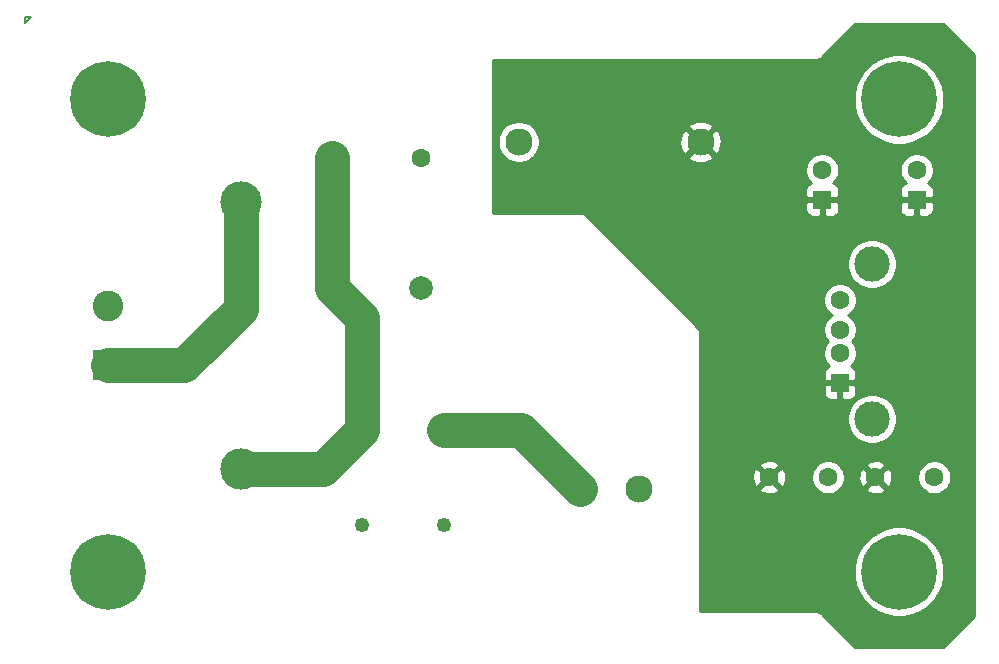
<source format=gbr>
%TF.GenerationSoftware,KiCad,Pcbnew,(5.1.7)-1*%
%TF.CreationDate,2021-03-19T19:43:08+01:00*%
%TF.ProjectId,LowNoise5V,4c6f774e-6f69-4736-9535-562e6b696361,rev?*%
%TF.SameCoordinates,Original*%
%TF.FileFunction,Copper,L2,Bot*%
%TF.FilePolarity,Positive*%
%FSLAX46Y46*%
G04 Gerber Fmt 4.6, Leading zero omitted, Abs format (unit mm)*
G04 Created by KiCad (PCBNEW (5.1.7)-1) date 2021-03-19 19:43:08*
%MOMM*%
%LPD*%
G01*
G04 APERTURE LIST*
%TA.AperFunction,ComponentPad*%
%ADD10R,2.600000X2.600000*%
%TD*%
%TA.AperFunction,ComponentPad*%
%ADD11C,2.600000*%
%TD*%
%TA.AperFunction,ComponentPad*%
%ADD12C,3.500000*%
%TD*%
%TA.AperFunction,ComponentPad*%
%ADD13C,1.600000*%
%TD*%
%TA.AperFunction,ComponentPad*%
%ADD14R,1.500000X1.600000*%
%TD*%
%TA.AperFunction,ComponentPad*%
%ADD15C,3.000000*%
%TD*%
%TA.AperFunction,ComponentPad*%
%ADD16C,2.300000*%
%TD*%
%TA.AperFunction,ComponentPad*%
%ADD17R,2.000000X2.300000*%
%TD*%
%TA.AperFunction,ComponentPad*%
%ADD18C,6.400000*%
%TD*%
%TA.AperFunction,ComponentPad*%
%ADD19C,0.800000*%
%TD*%
%TA.AperFunction,ComponentPad*%
%ADD20C,1.250000*%
%TD*%
%TA.AperFunction,ComponentPad*%
%ADD21R,1.600000X1.600000*%
%TD*%
%TA.AperFunction,ComponentPad*%
%ADD22C,2.000000*%
%TD*%
%TA.AperFunction,Conductor*%
%ADD23C,0.200000*%
%TD*%
%TA.AperFunction,Conductor*%
%ADD24C,3.000000*%
%TD*%
%TA.AperFunction,Conductor*%
%ADD25C,0.254000*%
%TD*%
%TA.AperFunction,Conductor*%
%ADD26C,0.100000*%
%TD*%
G04 APERTURE END LIST*
D10*
%TO.P,J2,1*%
%TO.N,AC_Line*%
X7000000Y-29500000D03*
D11*
%TO.P,J2,2*%
%TO.N,AC_Neutral*%
X7000000Y-24500000D03*
%TD*%
D12*
%TO.P,F1,2*%
%TO.N,AC_Line*%
X18250000Y-15700000D03*
%TO.P,F1,1*%
%TO.N,Net-(C1-Pad1)*%
X18250000Y-38300000D03*
%TD*%
D13*
%TO.P,J1,4*%
%TO.N,GND*%
X69000000Y-24000000D03*
%TO.P,J1,3*%
%TO.N,Net-(J1-Pad3)*%
X69000000Y-26500000D03*
%TO.P,J1,2*%
%TO.N,Net-(J1-Pad2)*%
X69000000Y-28500000D03*
D14*
%TO.P,J1,1*%
%TO.N,+5V*%
X69000000Y-31000000D03*
D15*
%TO.P,J1,5*%
%TO.N,GND*%
X71710000Y-20930000D03*
X71710000Y-34070000D03*
%TD*%
D16*
%TO.P,PS1,4*%
%TO.N,+5V*%
X57200000Y-10600000D03*
%TO.P,PS1,2*%
%TO.N,Net-(FL1-Pad3)*%
X52000000Y-40000000D03*
D17*
%TO.P,PS1,1*%
%TO.N,Net-(FL1-Pad2)*%
X47000000Y-40000000D03*
D16*
%TO.P,PS1,3*%
%TO.N,GND*%
X41800000Y-10600000D03*
%TD*%
D18*
%TO.P,REF\u002A\u002A,1*%
%TO.N,N/C*%
X74000000Y-7000000D03*
D19*
X76400000Y-7000000D03*
X75697056Y-8697056D03*
X74000000Y-9400000D03*
X72302944Y-8697056D03*
X71600000Y-7000000D03*
X72302944Y-5302944D03*
X74000000Y-4600000D03*
X75697056Y-5302944D03*
%TD*%
%TO.P,REF\u002A\u002A,1*%
%TO.N,N/C*%
X75697056Y-45302944D03*
X74000000Y-44600000D03*
X72302944Y-45302944D03*
X71600000Y-47000000D03*
X72302944Y-48697056D03*
X74000000Y-49400000D03*
X75697056Y-48697056D03*
X76400000Y-47000000D03*
D18*
X74000000Y-47000000D03*
%TD*%
%TO.P,REF\u002A\u002A,1*%
%TO.N,N/C*%
X7000000Y-47000000D03*
D19*
X9400000Y-47000000D03*
X8697056Y-48697056D03*
X7000000Y-49400000D03*
X5302944Y-48697056D03*
X4600000Y-47000000D03*
X5302944Y-45302944D03*
X7000000Y-44600000D03*
X8697056Y-45302944D03*
%TD*%
%TO.P,REF\u002A\u002A,1*%
%TO.N,N/C*%
X8697056Y-5302944D03*
X7000000Y-4600000D03*
X5302944Y-5302944D03*
X4600000Y-7000000D03*
X5302944Y-8697056D03*
X7000000Y-9400000D03*
X8697056Y-8697056D03*
X9400000Y-7000000D03*
D18*
X7000000Y-7000000D03*
%TD*%
D20*
%TO.P,FL1,4*%
%TO.N,AC_Neutral*%
X28500000Y-43000000D03*
%TO.P,FL1,3*%
%TO.N,Net-(FL1-Pad3)*%
X35500000Y-43000000D03*
%TO.P,FL1,2*%
%TO.N,Net-(FL1-Pad2)*%
X35500000Y-35000000D03*
%TO.P,FL1,1*%
%TO.N,Net-(C1-Pad1)*%
X28500000Y-35000000D03*
%TD*%
D13*
%TO.P,RV1,2*%
%TO.N,AC_Neutral*%
X33500000Y-12000000D03*
%TO.P,RV1,1*%
%TO.N,Net-(C1-Pad1)*%
X26000000Y-12000000D03*
%TD*%
%TO.P,C3,2*%
%TO.N,GND*%
X67500000Y-13000000D03*
D21*
%TO.P,C3,1*%
%TO.N,+5V*%
X67500000Y-15500000D03*
%TD*%
D22*
%TO.P,C1,2*%
%TO.N,AC_Neutral*%
X33500000Y-23000000D03*
%TO.P,C1,1*%
%TO.N,Net-(C1-Pad1)*%
X26000000Y-23000000D03*
%TD*%
D13*
%TO.P,C5,2*%
%TO.N,GND*%
X77000000Y-39000000D03*
%TO.P,C5,1*%
%TO.N,+5V*%
X72000000Y-39000000D03*
%TD*%
%TO.P,C4,2*%
%TO.N,GND*%
X68000000Y-39000000D03*
%TO.P,C4,1*%
%TO.N,+5V*%
X63000000Y-39000000D03*
%TD*%
%TO.P,C2,2*%
%TO.N,GND*%
X75500000Y-13000000D03*
D21*
%TO.P,C2,1*%
%TO.N,+5V*%
X75500000Y-15500000D03*
%TD*%
D23*
%TO.N,*%
X0Y0D02*
X0Y-500000D01*
X0Y-500000D02*
X500000Y0D01*
X500000Y0D02*
X0Y0D01*
D24*
%TO.N,Net-(C1-Pad1)*%
X25200000Y-38300000D02*
X28500000Y-35000000D01*
X18250000Y-38300000D02*
X25200000Y-38300000D01*
X28500000Y-25500000D02*
X26000000Y-23000000D01*
X28500000Y-35000000D02*
X28500000Y-25500000D01*
X26000000Y-23000000D02*
X26000000Y-12000000D01*
%TO.N,Net-(FL1-Pad2)*%
X42000000Y-35000000D02*
X47000000Y-40000000D01*
X35500000Y-35000000D02*
X42000000Y-35000000D01*
%TO.N,AC_Line*%
X18250000Y-15700000D02*
X18250000Y-24750000D01*
X13500000Y-29500000D02*
X7000000Y-29500000D01*
X18250000Y-24750000D02*
X13500000Y-29500000D01*
%TD*%
D25*
%TO.N,+5V*%
X80340001Y-3273382D02*
X80340000Y-6967581D01*
X80340000Y-6967582D01*
X80340001Y-46967572D01*
X80340000Y-46967582D01*
X80340001Y-50726618D01*
X77726620Y-53340000D01*
X70273381Y-53340000D01*
X67489616Y-50556236D01*
X67468948Y-50531052D01*
X67368450Y-50448575D01*
X67253793Y-50387290D01*
X67129383Y-50349550D01*
X67032419Y-50340000D01*
X67032409Y-50340000D01*
X67000000Y-50336808D01*
X66967591Y-50340000D01*
X57127000Y-50340000D01*
X57127000Y-46622285D01*
X70165000Y-46622285D01*
X70165000Y-47377715D01*
X70312377Y-48118628D01*
X70601467Y-48816554D01*
X71021161Y-49444670D01*
X71555330Y-49978839D01*
X72183446Y-50398533D01*
X72881372Y-50687623D01*
X73622285Y-50835000D01*
X74377715Y-50835000D01*
X75118628Y-50687623D01*
X75816554Y-50398533D01*
X76444670Y-49978839D01*
X76978839Y-49444670D01*
X77398533Y-48816554D01*
X77687623Y-48118628D01*
X77835000Y-47377715D01*
X77835000Y-46622285D01*
X77687623Y-45881372D01*
X77398533Y-45183446D01*
X76978839Y-44555330D01*
X76444670Y-44021161D01*
X75816554Y-43601467D01*
X75118628Y-43312377D01*
X74377715Y-43165000D01*
X73622285Y-43165000D01*
X72881372Y-43312377D01*
X72183446Y-43601467D01*
X71555330Y-44021161D01*
X71021161Y-44555330D01*
X70601467Y-45183446D01*
X70312377Y-45881372D01*
X70165000Y-46622285D01*
X57127000Y-46622285D01*
X57127000Y-39992702D01*
X62186903Y-39992702D01*
X62258486Y-40236671D01*
X62513996Y-40357571D01*
X62788184Y-40426300D01*
X63070512Y-40440217D01*
X63350130Y-40398787D01*
X63616292Y-40303603D01*
X63741514Y-40236671D01*
X63813097Y-39992702D01*
X63000000Y-39179605D01*
X62186903Y-39992702D01*
X57127000Y-39992702D01*
X57127000Y-39070512D01*
X61559783Y-39070512D01*
X61601213Y-39350130D01*
X61696397Y-39616292D01*
X61763329Y-39741514D01*
X62007298Y-39813097D01*
X62820395Y-39000000D01*
X63179605Y-39000000D01*
X63992702Y-39813097D01*
X64236671Y-39741514D01*
X64357571Y-39486004D01*
X64426300Y-39211816D01*
X64440217Y-38929488D01*
X64429724Y-38858665D01*
X66565000Y-38858665D01*
X66565000Y-39141335D01*
X66620147Y-39418574D01*
X66728320Y-39679727D01*
X66885363Y-39914759D01*
X67085241Y-40114637D01*
X67320273Y-40271680D01*
X67581426Y-40379853D01*
X67858665Y-40435000D01*
X68141335Y-40435000D01*
X68418574Y-40379853D01*
X68679727Y-40271680D01*
X68914759Y-40114637D01*
X69036694Y-39992702D01*
X71186903Y-39992702D01*
X71258486Y-40236671D01*
X71513996Y-40357571D01*
X71788184Y-40426300D01*
X72070512Y-40440217D01*
X72350130Y-40398787D01*
X72616292Y-40303603D01*
X72741514Y-40236671D01*
X72813097Y-39992702D01*
X72000000Y-39179605D01*
X71186903Y-39992702D01*
X69036694Y-39992702D01*
X69114637Y-39914759D01*
X69271680Y-39679727D01*
X69379853Y-39418574D01*
X69435000Y-39141335D01*
X69435000Y-39070512D01*
X70559783Y-39070512D01*
X70601213Y-39350130D01*
X70696397Y-39616292D01*
X70763329Y-39741514D01*
X71007298Y-39813097D01*
X71820395Y-39000000D01*
X72179605Y-39000000D01*
X72992702Y-39813097D01*
X73236671Y-39741514D01*
X73357571Y-39486004D01*
X73426300Y-39211816D01*
X73440217Y-38929488D01*
X73429724Y-38858665D01*
X75565000Y-38858665D01*
X75565000Y-39141335D01*
X75620147Y-39418574D01*
X75728320Y-39679727D01*
X75885363Y-39914759D01*
X76085241Y-40114637D01*
X76320273Y-40271680D01*
X76581426Y-40379853D01*
X76858665Y-40435000D01*
X77141335Y-40435000D01*
X77418574Y-40379853D01*
X77679727Y-40271680D01*
X77914759Y-40114637D01*
X78114637Y-39914759D01*
X78271680Y-39679727D01*
X78379853Y-39418574D01*
X78435000Y-39141335D01*
X78435000Y-38858665D01*
X78379853Y-38581426D01*
X78271680Y-38320273D01*
X78114637Y-38085241D01*
X77914759Y-37885363D01*
X77679727Y-37728320D01*
X77418574Y-37620147D01*
X77141335Y-37565000D01*
X76858665Y-37565000D01*
X76581426Y-37620147D01*
X76320273Y-37728320D01*
X76085241Y-37885363D01*
X75885363Y-38085241D01*
X75728320Y-38320273D01*
X75620147Y-38581426D01*
X75565000Y-38858665D01*
X73429724Y-38858665D01*
X73398787Y-38649870D01*
X73303603Y-38383708D01*
X73236671Y-38258486D01*
X72992702Y-38186903D01*
X72179605Y-39000000D01*
X71820395Y-39000000D01*
X71007298Y-38186903D01*
X70763329Y-38258486D01*
X70642429Y-38513996D01*
X70573700Y-38788184D01*
X70559783Y-39070512D01*
X69435000Y-39070512D01*
X69435000Y-38858665D01*
X69379853Y-38581426D01*
X69271680Y-38320273D01*
X69114637Y-38085241D01*
X69036694Y-38007298D01*
X71186903Y-38007298D01*
X72000000Y-38820395D01*
X72813097Y-38007298D01*
X72741514Y-37763329D01*
X72486004Y-37642429D01*
X72211816Y-37573700D01*
X71929488Y-37559783D01*
X71649870Y-37601213D01*
X71383708Y-37696397D01*
X71258486Y-37763329D01*
X71186903Y-38007298D01*
X69036694Y-38007298D01*
X68914759Y-37885363D01*
X68679727Y-37728320D01*
X68418574Y-37620147D01*
X68141335Y-37565000D01*
X67858665Y-37565000D01*
X67581426Y-37620147D01*
X67320273Y-37728320D01*
X67085241Y-37885363D01*
X66885363Y-38085241D01*
X66728320Y-38320273D01*
X66620147Y-38581426D01*
X66565000Y-38858665D01*
X64429724Y-38858665D01*
X64398787Y-38649870D01*
X64303603Y-38383708D01*
X64236671Y-38258486D01*
X63992702Y-38186903D01*
X63179605Y-39000000D01*
X62820395Y-39000000D01*
X62007298Y-38186903D01*
X61763329Y-38258486D01*
X61642429Y-38513996D01*
X61573700Y-38788184D01*
X61559783Y-39070512D01*
X57127000Y-39070512D01*
X57127000Y-38007298D01*
X62186903Y-38007298D01*
X63000000Y-38820395D01*
X63813097Y-38007298D01*
X63741514Y-37763329D01*
X63486004Y-37642429D01*
X63211816Y-37573700D01*
X62929488Y-37559783D01*
X62649870Y-37601213D01*
X62383708Y-37696397D01*
X62258486Y-37763329D01*
X62186903Y-38007298D01*
X57127000Y-38007298D01*
X57127000Y-33859721D01*
X69575000Y-33859721D01*
X69575000Y-34280279D01*
X69657047Y-34692756D01*
X69817988Y-35081302D01*
X70051637Y-35430983D01*
X70349017Y-35728363D01*
X70698698Y-35962012D01*
X71087244Y-36122953D01*
X71499721Y-36205000D01*
X71920279Y-36205000D01*
X72332756Y-36122953D01*
X72721302Y-35962012D01*
X73070983Y-35728363D01*
X73368363Y-35430983D01*
X73602012Y-35081302D01*
X73762953Y-34692756D01*
X73845000Y-34280279D01*
X73845000Y-33859721D01*
X73762953Y-33447244D01*
X73602012Y-33058698D01*
X73368363Y-32709017D01*
X73070983Y-32411637D01*
X72721302Y-32177988D01*
X72332756Y-32017047D01*
X71920279Y-31935000D01*
X71499721Y-31935000D01*
X71087244Y-32017047D01*
X70698698Y-32177988D01*
X70349017Y-32411637D01*
X70051637Y-32709017D01*
X69817988Y-33058698D01*
X69657047Y-33447244D01*
X69575000Y-33859721D01*
X57127000Y-33859721D01*
X57127000Y-31800000D01*
X67611928Y-31800000D01*
X67624188Y-31924482D01*
X67660498Y-32044180D01*
X67719463Y-32154494D01*
X67798815Y-32251185D01*
X67895506Y-32330537D01*
X68005820Y-32389502D01*
X68125518Y-32425812D01*
X68250000Y-32438072D01*
X68714250Y-32435000D01*
X68873000Y-32276250D01*
X68873000Y-31127000D01*
X69127000Y-31127000D01*
X69127000Y-32276250D01*
X69285750Y-32435000D01*
X69750000Y-32438072D01*
X69874482Y-32425812D01*
X69994180Y-32389502D01*
X70104494Y-32330537D01*
X70201185Y-32251185D01*
X70280537Y-32154494D01*
X70339502Y-32044180D01*
X70375812Y-31924482D01*
X70388072Y-31800000D01*
X70385000Y-31285750D01*
X70226250Y-31127000D01*
X69127000Y-31127000D01*
X68873000Y-31127000D01*
X67773750Y-31127000D01*
X67615000Y-31285750D01*
X67611928Y-31800000D01*
X57127000Y-31800000D01*
X57127000Y-26500000D01*
X57124560Y-26475224D01*
X57117333Y-26451399D01*
X57105597Y-26429443D01*
X57089803Y-26410197D01*
X54538271Y-23858665D01*
X67565000Y-23858665D01*
X67565000Y-24141335D01*
X67620147Y-24418574D01*
X67728320Y-24679727D01*
X67885363Y-24914759D01*
X68085241Y-25114637D01*
X68287827Y-25250000D01*
X68085241Y-25385363D01*
X67885363Y-25585241D01*
X67728320Y-25820273D01*
X67620147Y-26081426D01*
X67565000Y-26358665D01*
X67565000Y-26641335D01*
X67620147Y-26918574D01*
X67728320Y-27179727D01*
X67885363Y-27414759D01*
X67970604Y-27500000D01*
X67885363Y-27585241D01*
X67728320Y-27820273D01*
X67620147Y-28081426D01*
X67565000Y-28358665D01*
X67565000Y-28641335D01*
X67620147Y-28918574D01*
X67728320Y-29179727D01*
X67885363Y-29414759D01*
X68063581Y-29592977D01*
X68005820Y-29610498D01*
X67895506Y-29669463D01*
X67798815Y-29748815D01*
X67719463Y-29845506D01*
X67660498Y-29955820D01*
X67624188Y-30075518D01*
X67611928Y-30200000D01*
X67615000Y-30714250D01*
X67773750Y-30873000D01*
X68873000Y-30873000D01*
X68873000Y-30853000D01*
X69127000Y-30853000D01*
X69127000Y-30873000D01*
X70226250Y-30873000D01*
X70385000Y-30714250D01*
X70388072Y-30200000D01*
X70375812Y-30075518D01*
X70339502Y-29955820D01*
X70280537Y-29845506D01*
X70201185Y-29748815D01*
X70104494Y-29669463D01*
X69994180Y-29610498D01*
X69936419Y-29592977D01*
X70114637Y-29414759D01*
X70271680Y-29179727D01*
X70379853Y-28918574D01*
X70435000Y-28641335D01*
X70435000Y-28358665D01*
X70379853Y-28081426D01*
X70271680Y-27820273D01*
X70114637Y-27585241D01*
X70029396Y-27500000D01*
X70114637Y-27414759D01*
X70271680Y-27179727D01*
X70379853Y-26918574D01*
X70435000Y-26641335D01*
X70435000Y-26358665D01*
X70379853Y-26081426D01*
X70271680Y-25820273D01*
X70114637Y-25585241D01*
X69914759Y-25385363D01*
X69712173Y-25250000D01*
X69914759Y-25114637D01*
X70114637Y-24914759D01*
X70271680Y-24679727D01*
X70379853Y-24418574D01*
X70435000Y-24141335D01*
X70435000Y-23858665D01*
X70379853Y-23581426D01*
X70271680Y-23320273D01*
X70114637Y-23085241D01*
X69914759Y-22885363D01*
X69679727Y-22728320D01*
X69418574Y-22620147D01*
X69141335Y-22565000D01*
X68858665Y-22565000D01*
X68581426Y-22620147D01*
X68320273Y-22728320D01*
X68085241Y-22885363D01*
X67885363Y-23085241D01*
X67728320Y-23320273D01*
X67620147Y-23581426D01*
X67565000Y-23858665D01*
X54538271Y-23858665D01*
X51399327Y-20719721D01*
X69575000Y-20719721D01*
X69575000Y-21140279D01*
X69657047Y-21552756D01*
X69817988Y-21941302D01*
X70051637Y-22290983D01*
X70349017Y-22588363D01*
X70698698Y-22822012D01*
X71087244Y-22982953D01*
X71499721Y-23065000D01*
X71920279Y-23065000D01*
X72332756Y-22982953D01*
X72721302Y-22822012D01*
X73070983Y-22588363D01*
X73368363Y-22290983D01*
X73602012Y-21941302D01*
X73762953Y-21552756D01*
X73845000Y-21140279D01*
X73845000Y-20719721D01*
X73762953Y-20307244D01*
X73602012Y-19918698D01*
X73368363Y-19569017D01*
X73070983Y-19271637D01*
X72721302Y-19037988D01*
X72332756Y-18877047D01*
X71920279Y-18795000D01*
X71499721Y-18795000D01*
X71087244Y-18877047D01*
X70698698Y-19037988D01*
X70349017Y-19271637D01*
X70051637Y-19569017D01*
X69817988Y-19918698D01*
X69657047Y-20307244D01*
X69575000Y-20719721D01*
X51399327Y-20719721D01*
X47339803Y-16660197D01*
X47320557Y-16644403D01*
X47298601Y-16632667D01*
X47274776Y-16625440D01*
X47250000Y-16623000D01*
X39627000Y-16623000D01*
X39627000Y-16300000D01*
X66061928Y-16300000D01*
X66074188Y-16424482D01*
X66110498Y-16544180D01*
X66169463Y-16654494D01*
X66248815Y-16751185D01*
X66345506Y-16830537D01*
X66455820Y-16889502D01*
X66575518Y-16925812D01*
X66700000Y-16938072D01*
X67214250Y-16935000D01*
X67373000Y-16776250D01*
X67373000Y-15627000D01*
X67627000Y-15627000D01*
X67627000Y-16776250D01*
X67785750Y-16935000D01*
X68300000Y-16938072D01*
X68424482Y-16925812D01*
X68544180Y-16889502D01*
X68654494Y-16830537D01*
X68751185Y-16751185D01*
X68830537Y-16654494D01*
X68889502Y-16544180D01*
X68925812Y-16424482D01*
X68938072Y-16300000D01*
X74061928Y-16300000D01*
X74074188Y-16424482D01*
X74110498Y-16544180D01*
X74169463Y-16654494D01*
X74248815Y-16751185D01*
X74345506Y-16830537D01*
X74455820Y-16889502D01*
X74575518Y-16925812D01*
X74700000Y-16938072D01*
X75214250Y-16935000D01*
X75373000Y-16776250D01*
X75373000Y-15627000D01*
X75627000Y-15627000D01*
X75627000Y-16776250D01*
X75785750Y-16935000D01*
X76300000Y-16938072D01*
X76424482Y-16925812D01*
X76544180Y-16889502D01*
X76654494Y-16830537D01*
X76751185Y-16751185D01*
X76830537Y-16654494D01*
X76889502Y-16544180D01*
X76925812Y-16424482D01*
X76938072Y-16300000D01*
X76935000Y-15785750D01*
X76776250Y-15627000D01*
X75627000Y-15627000D01*
X75373000Y-15627000D01*
X74223750Y-15627000D01*
X74065000Y-15785750D01*
X74061928Y-16300000D01*
X68938072Y-16300000D01*
X68935000Y-15785750D01*
X68776250Y-15627000D01*
X67627000Y-15627000D01*
X67373000Y-15627000D01*
X66223750Y-15627000D01*
X66065000Y-15785750D01*
X66061928Y-16300000D01*
X39627000Y-16300000D01*
X39627000Y-14700000D01*
X66061928Y-14700000D01*
X66065000Y-15214250D01*
X66223750Y-15373000D01*
X67373000Y-15373000D01*
X67373000Y-15353000D01*
X67627000Y-15353000D01*
X67627000Y-15373000D01*
X68776250Y-15373000D01*
X68935000Y-15214250D01*
X68938072Y-14700000D01*
X74061928Y-14700000D01*
X74065000Y-15214250D01*
X74223750Y-15373000D01*
X75373000Y-15373000D01*
X75373000Y-15353000D01*
X75627000Y-15353000D01*
X75627000Y-15373000D01*
X76776250Y-15373000D01*
X76935000Y-15214250D01*
X76938072Y-14700000D01*
X76925812Y-14575518D01*
X76889502Y-14455820D01*
X76830537Y-14345506D01*
X76751185Y-14248815D01*
X76654494Y-14169463D01*
X76544180Y-14110498D01*
X76448057Y-14081339D01*
X76614637Y-13914759D01*
X76771680Y-13679727D01*
X76879853Y-13418574D01*
X76935000Y-13141335D01*
X76935000Y-12858665D01*
X76879853Y-12581426D01*
X76771680Y-12320273D01*
X76614637Y-12085241D01*
X76414759Y-11885363D01*
X76179727Y-11728320D01*
X75918574Y-11620147D01*
X75641335Y-11565000D01*
X75358665Y-11565000D01*
X75081426Y-11620147D01*
X74820273Y-11728320D01*
X74585241Y-11885363D01*
X74385363Y-12085241D01*
X74228320Y-12320273D01*
X74120147Y-12581426D01*
X74065000Y-12858665D01*
X74065000Y-13141335D01*
X74120147Y-13418574D01*
X74228320Y-13679727D01*
X74385363Y-13914759D01*
X74551943Y-14081339D01*
X74455820Y-14110498D01*
X74345506Y-14169463D01*
X74248815Y-14248815D01*
X74169463Y-14345506D01*
X74110498Y-14455820D01*
X74074188Y-14575518D01*
X74061928Y-14700000D01*
X68938072Y-14700000D01*
X68925812Y-14575518D01*
X68889502Y-14455820D01*
X68830537Y-14345506D01*
X68751185Y-14248815D01*
X68654494Y-14169463D01*
X68544180Y-14110498D01*
X68448057Y-14081339D01*
X68614637Y-13914759D01*
X68771680Y-13679727D01*
X68879853Y-13418574D01*
X68935000Y-13141335D01*
X68935000Y-12858665D01*
X68879853Y-12581426D01*
X68771680Y-12320273D01*
X68614637Y-12085241D01*
X68414759Y-11885363D01*
X68179727Y-11728320D01*
X67918574Y-11620147D01*
X67641335Y-11565000D01*
X67358665Y-11565000D01*
X67081426Y-11620147D01*
X66820273Y-11728320D01*
X66585241Y-11885363D01*
X66385363Y-12085241D01*
X66228320Y-12320273D01*
X66120147Y-12581426D01*
X66065000Y-12858665D01*
X66065000Y-13141335D01*
X66120147Y-13418574D01*
X66228320Y-13679727D01*
X66385363Y-13914759D01*
X66551943Y-14081339D01*
X66455820Y-14110498D01*
X66345506Y-14169463D01*
X66248815Y-14248815D01*
X66169463Y-14345506D01*
X66110498Y-14455820D01*
X66074188Y-14575518D01*
X66061928Y-14700000D01*
X39627000Y-14700000D01*
X39627000Y-10424193D01*
X40015000Y-10424193D01*
X40015000Y-10775807D01*
X40083596Y-11120665D01*
X40218153Y-11445515D01*
X40413500Y-11737871D01*
X40662129Y-11986500D01*
X40954485Y-12181847D01*
X41279335Y-12316404D01*
X41624193Y-12385000D01*
X41975807Y-12385000D01*
X42320665Y-12316404D01*
X42645515Y-12181847D01*
X42937871Y-11986500D01*
X43082022Y-11842349D01*
X56137256Y-11842349D01*
X56251118Y-12122090D01*
X56566296Y-12277961D01*
X56905826Y-12369349D01*
X57256661Y-12392741D01*
X57605319Y-12347240D01*
X57938400Y-12234594D01*
X58148882Y-12122090D01*
X58262744Y-11842349D01*
X57200000Y-10779605D01*
X56137256Y-11842349D01*
X43082022Y-11842349D01*
X43186500Y-11737871D01*
X43381847Y-11445515D01*
X43516404Y-11120665D01*
X43585000Y-10775807D01*
X43585000Y-10656661D01*
X55407259Y-10656661D01*
X55452760Y-11005319D01*
X55565406Y-11338400D01*
X55677910Y-11548882D01*
X55957651Y-11662744D01*
X57020395Y-10600000D01*
X57379605Y-10600000D01*
X58442349Y-11662744D01*
X58722090Y-11548882D01*
X58877961Y-11233704D01*
X58969349Y-10894174D01*
X58992741Y-10543339D01*
X58947240Y-10194681D01*
X58834594Y-9861600D01*
X58722090Y-9651118D01*
X58442349Y-9537256D01*
X57379605Y-10600000D01*
X57020395Y-10600000D01*
X55957651Y-9537256D01*
X55677910Y-9651118D01*
X55522039Y-9966296D01*
X55430651Y-10305826D01*
X55407259Y-10656661D01*
X43585000Y-10656661D01*
X43585000Y-10424193D01*
X43516404Y-10079335D01*
X43381847Y-9754485D01*
X43186500Y-9462129D01*
X43082022Y-9357651D01*
X56137256Y-9357651D01*
X57200000Y-10420395D01*
X58262744Y-9357651D01*
X58148882Y-9077910D01*
X57833704Y-8922039D01*
X57494174Y-8830651D01*
X57143339Y-8807259D01*
X56794681Y-8852760D01*
X56461600Y-8965406D01*
X56251118Y-9077910D01*
X56137256Y-9357651D01*
X43082022Y-9357651D01*
X42937871Y-9213500D01*
X42645515Y-9018153D01*
X42320665Y-8883596D01*
X41975807Y-8815000D01*
X41624193Y-8815000D01*
X41279335Y-8883596D01*
X40954485Y-9018153D01*
X40662129Y-9213500D01*
X40413500Y-9462129D01*
X40218153Y-9754485D01*
X40083596Y-10079335D01*
X40015000Y-10424193D01*
X39627000Y-10424193D01*
X39627000Y-6622285D01*
X70165000Y-6622285D01*
X70165000Y-7377715D01*
X70312377Y-8118628D01*
X70601467Y-8816554D01*
X71021161Y-9444670D01*
X71555330Y-9978839D01*
X72183446Y-10398533D01*
X72881372Y-10687623D01*
X73622285Y-10835000D01*
X74377715Y-10835000D01*
X75118628Y-10687623D01*
X75816554Y-10398533D01*
X76444670Y-9978839D01*
X76978839Y-9444670D01*
X77398533Y-8816554D01*
X77687623Y-8118628D01*
X77835000Y-7377715D01*
X77835000Y-6622285D01*
X77687623Y-5881372D01*
X77398533Y-5183446D01*
X76978839Y-4555330D01*
X76444670Y-4021161D01*
X75816554Y-3601467D01*
X75118628Y-3312377D01*
X74377715Y-3165000D01*
X73622285Y-3165000D01*
X72881372Y-3312377D01*
X72183446Y-3601467D01*
X71555330Y-4021161D01*
X71021161Y-4555330D01*
X70601467Y-5183446D01*
X70312377Y-5881372D01*
X70165000Y-6622285D01*
X39627000Y-6622285D01*
X39627000Y-3660000D01*
X66967591Y-3660000D01*
X67000000Y-3663192D01*
X67032409Y-3660000D01*
X67032419Y-3660000D01*
X67129383Y-3650450D01*
X67253793Y-3612710D01*
X67368450Y-3551425D01*
X67468948Y-3468948D01*
X67489616Y-3443764D01*
X70273381Y-660000D01*
X77726620Y-660000D01*
X80340001Y-3273382D01*
%TA.AperFunction,Conductor*%
D26*
G36*
X80340001Y-3273382D02*
G01*
X80340000Y-6967581D01*
X80340000Y-6967582D01*
X80340001Y-46967572D01*
X80340000Y-46967582D01*
X80340001Y-50726618D01*
X77726620Y-53340000D01*
X70273381Y-53340000D01*
X67489616Y-50556236D01*
X67468948Y-50531052D01*
X67368450Y-50448575D01*
X67253793Y-50387290D01*
X67129383Y-50349550D01*
X67032419Y-50340000D01*
X67032409Y-50340000D01*
X67000000Y-50336808D01*
X66967591Y-50340000D01*
X57127000Y-50340000D01*
X57127000Y-46622285D01*
X70165000Y-46622285D01*
X70165000Y-47377715D01*
X70312377Y-48118628D01*
X70601467Y-48816554D01*
X71021161Y-49444670D01*
X71555330Y-49978839D01*
X72183446Y-50398533D01*
X72881372Y-50687623D01*
X73622285Y-50835000D01*
X74377715Y-50835000D01*
X75118628Y-50687623D01*
X75816554Y-50398533D01*
X76444670Y-49978839D01*
X76978839Y-49444670D01*
X77398533Y-48816554D01*
X77687623Y-48118628D01*
X77835000Y-47377715D01*
X77835000Y-46622285D01*
X77687623Y-45881372D01*
X77398533Y-45183446D01*
X76978839Y-44555330D01*
X76444670Y-44021161D01*
X75816554Y-43601467D01*
X75118628Y-43312377D01*
X74377715Y-43165000D01*
X73622285Y-43165000D01*
X72881372Y-43312377D01*
X72183446Y-43601467D01*
X71555330Y-44021161D01*
X71021161Y-44555330D01*
X70601467Y-45183446D01*
X70312377Y-45881372D01*
X70165000Y-46622285D01*
X57127000Y-46622285D01*
X57127000Y-39992702D01*
X62186903Y-39992702D01*
X62258486Y-40236671D01*
X62513996Y-40357571D01*
X62788184Y-40426300D01*
X63070512Y-40440217D01*
X63350130Y-40398787D01*
X63616292Y-40303603D01*
X63741514Y-40236671D01*
X63813097Y-39992702D01*
X63000000Y-39179605D01*
X62186903Y-39992702D01*
X57127000Y-39992702D01*
X57127000Y-39070512D01*
X61559783Y-39070512D01*
X61601213Y-39350130D01*
X61696397Y-39616292D01*
X61763329Y-39741514D01*
X62007298Y-39813097D01*
X62820395Y-39000000D01*
X63179605Y-39000000D01*
X63992702Y-39813097D01*
X64236671Y-39741514D01*
X64357571Y-39486004D01*
X64426300Y-39211816D01*
X64440217Y-38929488D01*
X64429724Y-38858665D01*
X66565000Y-38858665D01*
X66565000Y-39141335D01*
X66620147Y-39418574D01*
X66728320Y-39679727D01*
X66885363Y-39914759D01*
X67085241Y-40114637D01*
X67320273Y-40271680D01*
X67581426Y-40379853D01*
X67858665Y-40435000D01*
X68141335Y-40435000D01*
X68418574Y-40379853D01*
X68679727Y-40271680D01*
X68914759Y-40114637D01*
X69036694Y-39992702D01*
X71186903Y-39992702D01*
X71258486Y-40236671D01*
X71513996Y-40357571D01*
X71788184Y-40426300D01*
X72070512Y-40440217D01*
X72350130Y-40398787D01*
X72616292Y-40303603D01*
X72741514Y-40236671D01*
X72813097Y-39992702D01*
X72000000Y-39179605D01*
X71186903Y-39992702D01*
X69036694Y-39992702D01*
X69114637Y-39914759D01*
X69271680Y-39679727D01*
X69379853Y-39418574D01*
X69435000Y-39141335D01*
X69435000Y-39070512D01*
X70559783Y-39070512D01*
X70601213Y-39350130D01*
X70696397Y-39616292D01*
X70763329Y-39741514D01*
X71007298Y-39813097D01*
X71820395Y-39000000D01*
X72179605Y-39000000D01*
X72992702Y-39813097D01*
X73236671Y-39741514D01*
X73357571Y-39486004D01*
X73426300Y-39211816D01*
X73440217Y-38929488D01*
X73429724Y-38858665D01*
X75565000Y-38858665D01*
X75565000Y-39141335D01*
X75620147Y-39418574D01*
X75728320Y-39679727D01*
X75885363Y-39914759D01*
X76085241Y-40114637D01*
X76320273Y-40271680D01*
X76581426Y-40379853D01*
X76858665Y-40435000D01*
X77141335Y-40435000D01*
X77418574Y-40379853D01*
X77679727Y-40271680D01*
X77914759Y-40114637D01*
X78114637Y-39914759D01*
X78271680Y-39679727D01*
X78379853Y-39418574D01*
X78435000Y-39141335D01*
X78435000Y-38858665D01*
X78379853Y-38581426D01*
X78271680Y-38320273D01*
X78114637Y-38085241D01*
X77914759Y-37885363D01*
X77679727Y-37728320D01*
X77418574Y-37620147D01*
X77141335Y-37565000D01*
X76858665Y-37565000D01*
X76581426Y-37620147D01*
X76320273Y-37728320D01*
X76085241Y-37885363D01*
X75885363Y-38085241D01*
X75728320Y-38320273D01*
X75620147Y-38581426D01*
X75565000Y-38858665D01*
X73429724Y-38858665D01*
X73398787Y-38649870D01*
X73303603Y-38383708D01*
X73236671Y-38258486D01*
X72992702Y-38186903D01*
X72179605Y-39000000D01*
X71820395Y-39000000D01*
X71007298Y-38186903D01*
X70763329Y-38258486D01*
X70642429Y-38513996D01*
X70573700Y-38788184D01*
X70559783Y-39070512D01*
X69435000Y-39070512D01*
X69435000Y-38858665D01*
X69379853Y-38581426D01*
X69271680Y-38320273D01*
X69114637Y-38085241D01*
X69036694Y-38007298D01*
X71186903Y-38007298D01*
X72000000Y-38820395D01*
X72813097Y-38007298D01*
X72741514Y-37763329D01*
X72486004Y-37642429D01*
X72211816Y-37573700D01*
X71929488Y-37559783D01*
X71649870Y-37601213D01*
X71383708Y-37696397D01*
X71258486Y-37763329D01*
X71186903Y-38007298D01*
X69036694Y-38007298D01*
X68914759Y-37885363D01*
X68679727Y-37728320D01*
X68418574Y-37620147D01*
X68141335Y-37565000D01*
X67858665Y-37565000D01*
X67581426Y-37620147D01*
X67320273Y-37728320D01*
X67085241Y-37885363D01*
X66885363Y-38085241D01*
X66728320Y-38320273D01*
X66620147Y-38581426D01*
X66565000Y-38858665D01*
X64429724Y-38858665D01*
X64398787Y-38649870D01*
X64303603Y-38383708D01*
X64236671Y-38258486D01*
X63992702Y-38186903D01*
X63179605Y-39000000D01*
X62820395Y-39000000D01*
X62007298Y-38186903D01*
X61763329Y-38258486D01*
X61642429Y-38513996D01*
X61573700Y-38788184D01*
X61559783Y-39070512D01*
X57127000Y-39070512D01*
X57127000Y-38007298D01*
X62186903Y-38007298D01*
X63000000Y-38820395D01*
X63813097Y-38007298D01*
X63741514Y-37763329D01*
X63486004Y-37642429D01*
X63211816Y-37573700D01*
X62929488Y-37559783D01*
X62649870Y-37601213D01*
X62383708Y-37696397D01*
X62258486Y-37763329D01*
X62186903Y-38007298D01*
X57127000Y-38007298D01*
X57127000Y-33859721D01*
X69575000Y-33859721D01*
X69575000Y-34280279D01*
X69657047Y-34692756D01*
X69817988Y-35081302D01*
X70051637Y-35430983D01*
X70349017Y-35728363D01*
X70698698Y-35962012D01*
X71087244Y-36122953D01*
X71499721Y-36205000D01*
X71920279Y-36205000D01*
X72332756Y-36122953D01*
X72721302Y-35962012D01*
X73070983Y-35728363D01*
X73368363Y-35430983D01*
X73602012Y-35081302D01*
X73762953Y-34692756D01*
X73845000Y-34280279D01*
X73845000Y-33859721D01*
X73762953Y-33447244D01*
X73602012Y-33058698D01*
X73368363Y-32709017D01*
X73070983Y-32411637D01*
X72721302Y-32177988D01*
X72332756Y-32017047D01*
X71920279Y-31935000D01*
X71499721Y-31935000D01*
X71087244Y-32017047D01*
X70698698Y-32177988D01*
X70349017Y-32411637D01*
X70051637Y-32709017D01*
X69817988Y-33058698D01*
X69657047Y-33447244D01*
X69575000Y-33859721D01*
X57127000Y-33859721D01*
X57127000Y-31800000D01*
X67611928Y-31800000D01*
X67624188Y-31924482D01*
X67660498Y-32044180D01*
X67719463Y-32154494D01*
X67798815Y-32251185D01*
X67895506Y-32330537D01*
X68005820Y-32389502D01*
X68125518Y-32425812D01*
X68250000Y-32438072D01*
X68714250Y-32435000D01*
X68873000Y-32276250D01*
X68873000Y-31127000D01*
X69127000Y-31127000D01*
X69127000Y-32276250D01*
X69285750Y-32435000D01*
X69750000Y-32438072D01*
X69874482Y-32425812D01*
X69994180Y-32389502D01*
X70104494Y-32330537D01*
X70201185Y-32251185D01*
X70280537Y-32154494D01*
X70339502Y-32044180D01*
X70375812Y-31924482D01*
X70388072Y-31800000D01*
X70385000Y-31285750D01*
X70226250Y-31127000D01*
X69127000Y-31127000D01*
X68873000Y-31127000D01*
X67773750Y-31127000D01*
X67615000Y-31285750D01*
X67611928Y-31800000D01*
X57127000Y-31800000D01*
X57127000Y-26500000D01*
X57124560Y-26475224D01*
X57117333Y-26451399D01*
X57105597Y-26429443D01*
X57089803Y-26410197D01*
X54538271Y-23858665D01*
X67565000Y-23858665D01*
X67565000Y-24141335D01*
X67620147Y-24418574D01*
X67728320Y-24679727D01*
X67885363Y-24914759D01*
X68085241Y-25114637D01*
X68287827Y-25250000D01*
X68085241Y-25385363D01*
X67885363Y-25585241D01*
X67728320Y-25820273D01*
X67620147Y-26081426D01*
X67565000Y-26358665D01*
X67565000Y-26641335D01*
X67620147Y-26918574D01*
X67728320Y-27179727D01*
X67885363Y-27414759D01*
X67970604Y-27500000D01*
X67885363Y-27585241D01*
X67728320Y-27820273D01*
X67620147Y-28081426D01*
X67565000Y-28358665D01*
X67565000Y-28641335D01*
X67620147Y-28918574D01*
X67728320Y-29179727D01*
X67885363Y-29414759D01*
X68063581Y-29592977D01*
X68005820Y-29610498D01*
X67895506Y-29669463D01*
X67798815Y-29748815D01*
X67719463Y-29845506D01*
X67660498Y-29955820D01*
X67624188Y-30075518D01*
X67611928Y-30200000D01*
X67615000Y-30714250D01*
X67773750Y-30873000D01*
X68873000Y-30873000D01*
X68873000Y-30853000D01*
X69127000Y-30853000D01*
X69127000Y-30873000D01*
X70226250Y-30873000D01*
X70385000Y-30714250D01*
X70388072Y-30200000D01*
X70375812Y-30075518D01*
X70339502Y-29955820D01*
X70280537Y-29845506D01*
X70201185Y-29748815D01*
X70104494Y-29669463D01*
X69994180Y-29610498D01*
X69936419Y-29592977D01*
X70114637Y-29414759D01*
X70271680Y-29179727D01*
X70379853Y-28918574D01*
X70435000Y-28641335D01*
X70435000Y-28358665D01*
X70379853Y-28081426D01*
X70271680Y-27820273D01*
X70114637Y-27585241D01*
X70029396Y-27500000D01*
X70114637Y-27414759D01*
X70271680Y-27179727D01*
X70379853Y-26918574D01*
X70435000Y-26641335D01*
X70435000Y-26358665D01*
X70379853Y-26081426D01*
X70271680Y-25820273D01*
X70114637Y-25585241D01*
X69914759Y-25385363D01*
X69712173Y-25250000D01*
X69914759Y-25114637D01*
X70114637Y-24914759D01*
X70271680Y-24679727D01*
X70379853Y-24418574D01*
X70435000Y-24141335D01*
X70435000Y-23858665D01*
X70379853Y-23581426D01*
X70271680Y-23320273D01*
X70114637Y-23085241D01*
X69914759Y-22885363D01*
X69679727Y-22728320D01*
X69418574Y-22620147D01*
X69141335Y-22565000D01*
X68858665Y-22565000D01*
X68581426Y-22620147D01*
X68320273Y-22728320D01*
X68085241Y-22885363D01*
X67885363Y-23085241D01*
X67728320Y-23320273D01*
X67620147Y-23581426D01*
X67565000Y-23858665D01*
X54538271Y-23858665D01*
X51399327Y-20719721D01*
X69575000Y-20719721D01*
X69575000Y-21140279D01*
X69657047Y-21552756D01*
X69817988Y-21941302D01*
X70051637Y-22290983D01*
X70349017Y-22588363D01*
X70698698Y-22822012D01*
X71087244Y-22982953D01*
X71499721Y-23065000D01*
X71920279Y-23065000D01*
X72332756Y-22982953D01*
X72721302Y-22822012D01*
X73070983Y-22588363D01*
X73368363Y-22290983D01*
X73602012Y-21941302D01*
X73762953Y-21552756D01*
X73845000Y-21140279D01*
X73845000Y-20719721D01*
X73762953Y-20307244D01*
X73602012Y-19918698D01*
X73368363Y-19569017D01*
X73070983Y-19271637D01*
X72721302Y-19037988D01*
X72332756Y-18877047D01*
X71920279Y-18795000D01*
X71499721Y-18795000D01*
X71087244Y-18877047D01*
X70698698Y-19037988D01*
X70349017Y-19271637D01*
X70051637Y-19569017D01*
X69817988Y-19918698D01*
X69657047Y-20307244D01*
X69575000Y-20719721D01*
X51399327Y-20719721D01*
X47339803Y-16660197D01*
X47320557Y-16644403D01*
X47298601Y-16632667D01*
X47274776Y-16625440D01*
X47250000Y-16623000D01*
X39627000Y-16623000D01*
X39627000Y-16300000D01*
X66061928Y-16300000D01*
X66074188Y-16424482D01*
X66110498Y-16544180D01*
X66169463Y-16654494D01*
X66248815Y-16751185D01*
X66345506Y-16830537D01*
X66455820Y-16889502D01*
X66575518Y-16925812D01*
X66700000Y-16938072D01*
X67214250Y-16935000D01*
X67373000Y-16776250D01*
X67373000Y-15627000D01*
X67627000Y-15627000D01*
X67627000Y-16776250D01*
X67785750Y-16935000D01*
X68300000Y-16938072D01*
X68424482Y-16925812D01*
X68544180Y-16889502D01*
X68654494Y-16830537D01*
X68751185Y-16751185D01*
X68830537Y-16654494D01*
X68889502Y-16544180D01*
X68925812Y-16424482D01*
X68938072Y-16300000D01*
X74061928Y-16300000D01*
X74074188Y-16424482D01*
X74110498Y-16544180D01*
X74169463Y-16654494D01*
X74248815Y-16751185D01*
X74345506Y-16830537D01*
X74455820Y-16889502D01*
X74575518Y-16925812D01*
X74700000Y-16938072D01*
X75214250Y-16935000D01*
X75373000Y-16776250D01*
X75373000Y-15627000D01*
X75627000Y-15627000D01*
X75627000Y-16776250D01*
X75785750Y-16935000D01*
X76300000Y-16938072D01*
X76424482Y-16925812D01*
X76544180Y-16889502D01*
X76654494Y-16830537D01*
X76751185Y-16751185D01*
X76830537Y-16654494D01*
X76889502Y-16544180D01*
X76925812Y-16424482D01*
X76938072Y-16300000D01*
X76935000Y-15785750D01*
X76776250Y-15627000D01*
X75627000Y-15627000D01*
X75373000Y-15627000D01*
X74223750Y-15627000D01*
X74065000Y-15785750D01*
X74061928Y-16300000D01*
X68938072Y-16300000D01*
X68935000Y-15785750D01*
X68776250Y-15627000D01*
X67627000Y-15627000D01*
X67373000Y-15627000D01*
X66223750Y-15627000D01*
X66065000Y-15785750D01*
X66061928Y-16300000D01*
X39627000Y-16300000D01*
X39627000Y-14700000D01*
X66061928Y-14700000D01*
X66065000Y-15214250D01*
X66223750Y-15373000D01*
X67373000Y-15373000D01*
X67373000Y-15353000D01*
X67627000Y-15353000D01*
X67627000Y-15373000D01*
X68776250Y-15373000D01*
X68935000Y-15214250D01*
X68938072Y-14700000D01*
X74061928Y-14700000D01*
X74065000Y-15214250D01*
X74223750Y-15373000D01*
X75373000Y-15373000D01*
X75373000Y-15353000D01*
X75627000Y-15353000D01*
X75627000Y-15373000D01*
X76776250Y-15373000D01*
X76935000Y-15214250D01*
X76938072Y-14700000D01*
X76925812Y-14575518D01*
X76889502Y-14455820D01*
X76830537Y-14345506D01*
X76751185Y-14248815D01*
X76654494Y-14169463D01*
X76544180Y-14110498D01*
X76448057Y-14081339D01*
X76614637Y-13914759D01*
X76771680Y-13679727D01*
X76879853Y-13418574D01*
X76935000Y-13141335D01*
X76935000Y-12858665D01*
X76879853Y-12581426D01*
X76771680Y-12320273D01*
X76614637Y-12085241D01*
X76414759Y-11885363D01*
X76179727Y-11728320D01*
X75918574Y-11620147D01*
X75641335Y-11565000D01*
X75358665Y-11565000D01*
X75081426Y-11620147D01*
X74820273Y-11728320D01*
X74585241Y-11885363D01*
X74385363Y-12085241D01*
X74228320Y-12320273D01*
X74120147Y-12581426D01*
X74065000Y-12858665D01*
X74065000Y-13141335D01*
X74120147Y-13418574D01*
X74228320Y-13679727D01*
X74385363Y-13914759D01*
X74551943Y-14081339D01*
X74455820Y-14110498D01*
X74345506Y-14169463D01*
X74248815Y-14248815D01*
X74169463Y-14345506D01*
X74110498Y-14455820D01*
X74074188Y-14575518D01*
X74061928Y-14700000D01*
X68938072Y-14700000D01*
X68925812Y-14575518D01*
X68889502Y-14455820D01*
X68830537Y-14345506D01*
X68751185Y-14248815D01*
X68654494Y-14169463D01*
X68544180Y-14110498D01*
X68448057Y-14081339D01*
X68614637Y-13914759D01*
X68771680Y-13679727D01*
X68879853Y-13418574D01*
X68935000Y-13141335D01*
X68935000Y-12858665D01*
X68879853Y-12581426D01*
X68771680Y-12320273D01*
X68614637Y-12085241D01*
X68414759Y-11885363D01*
X68179727Y-11728320D01*
X67918574Y-11620147D01*
X67641335Y-11565000D01*
X67358665Y-11565000D01*
X67081426Y-11620147D01*
X66820273Y-11728320D01*
X66585241Y-11885363D01*
X66385363Y-12085241D01*
X66228320Y-12320273D01*
X66120147Y-12581426D01*
X66065000Y-12858665D01*
X66065000Y-13141335D01*
X66120147Y-13418574D01*
X66228320Y-13679727D01*
X66385363Y-13914759D01*
X66551943Y-14081339D01*
X66455820Y-14110498D01*
X66345506Y-14169463D01*
X66248815Y-14248815D01*
X66169463Y-14345506D01*
X66110498Y-14455820D01*
X66074188Y-14575518D01*
X66061928Y-14700000D01*
X39627000Y-14700000D01*
X39627000Y-10424193D01*
X40015000Y-10424193D01*
X40015000Y-10775807D01*
X40083596Y-11120665D01*
X40218153Y-11445515D01*
X40413500Y-11737871D01*
X40662129Y-11986500D01*
X40954485Y-12181847D01*
X41279335Y-12316404D01*
X41624193Y-12385000D01*
X41975807Y-12385000D01*
X42320665Y-12316404D01*
X42645515Y-12181847D01*
X42937871Y-11986500D01*
X43082022Y-11842349D01*
X56137256Y-11842349D01*
X56251118Y-12122090D01*
X56566296Y-12277961D01*
X56905826Y-12369349D01*
X57256661Y-12392741D01*
X57605319Y-12347240D01*
X57938400Y-12234594D01*
X58148882Y-12122090D01*
X58262744Y-11842349D01*
X57200000Y-10779605D01*
X56137256Y-11842349D01*
X43082022Y-11842349D01*
X43186500Y-11737871D01*
X43381847Y-11445515D01*
X43516404Y-11120665D01*
X43585000Y-10775807D01*
X43585000Y-10656661D01*
X55407259Y-10656661D01*
X55452760Y-11005319D01*
X55565406Y-11338400D01*
X55677910Y-11548882D01*
X55957651Y-11662744D01*
X57020395Y-10600000D01*
X57379605Y-10600000D01*
X58442349Y-11662744D01*
X58722090Y-11548882D01*
X58877961Y-11233704D01*
X58969349Y-10894174D01*
X58992741Y-10543339D01*
X58947240Y-10194681D01*
X58834594Y-9861600D01*
X58722090Y-9651118D01*
X58442349Y-9537256D01*
X57379605Y-10600000D01*
X57020395Y-10600000D01*
X55957651Y-9537256D01*
X55677910Y-9651118D01*
X55522039Y-9966296D01*
X55430651Y-10305826D01*
X55407259Y-10656661D01*
X43585000Y-10656661D01*
X43585000Y-10424193D01*
X43516404Y-10079335D01*
X43381847Y-9754485D01*
X43186500Y-9462129D01*
X43082022Y-9357651D01*
X56137256Y-9357651D01*
X57200000Y-10420395D01*
X58262744Y-9357651D01*
X58148882Y-9077910D01*
X57833704Y-8922039D01*
X57494174Y-8830651D01*
X57143339Y-8807259D01*
X56794681Y-8852760D01*
X56461600Y-8965406D01*
X56251118Y-9077910D01*
X56137256Y-9357651D01*
X43082022Y-9357651D01*
X42937871Y-9213500D01*
X42645515Y-9018153D01*
X42320665Y-8883596D01*
X41975807Y-8815000D01*
X41624193Y-8815000D01*
X41279335Y-8883596D01*
X40954485Y-9018153D01*
X40662129Y-9213500D01*
X40413500Y-9462129D01*
X40218153Y-9754485D01*
X40083596Y-10079335D01*
X40015000Y-10424193D01*
X39627000Y-10424193D01*
X39627000Y-6622285D01*
X70165000Y-6622285D01*
X70165000Y-7377715D01*
X70312377Y-8118628D01*
X70601467Y-8816554D01*
X71021161Y-9444670D01*
X71555330Y-9978839D01*
X72183446Y-10398533D01*
X72881372Y-10687623D01*
X73622285Y-10835000D01*
X74377715Y-10835000D01*
X75118628Y-10687623D01*
X75816554Y-10398533D01*
X76444670Y-9978839D01*
X76978839Y-9444670D01*
X77398533Y-8816554D01*
X77687623Y-8118628D01*
X77835000Y-7377715D01*
X77835000Y-6622285D01*
X77687623Y-5881372D01*
X77398533Y-5183446D01*
X76978839Y-4555330D01*
X76444670Y-4021161D01*
X75816554Y-3601467D01*
X75118628Y-3312377D01*
X74377715Y-3165000D01*
X73622285Y-3165000D01*
X72881372Y-3312377D01*
X72183446Y-3601467D01*
X71555330Y-4021161D01*
X71021161Y-4555330D01*
X70601467Y-5183446D01*
X70312377Y-5881372D01*
X70165000Y-6622285D01*
X39627000Y-6622285D01*
X39627000Y-3660000D01*
X66967591Y-3660000D01*
X67000000Y-3663192D01*
X67032409Y-3660000D01*
X67032419Y-3660000D01*
X67129383Y-3650450D01*
X67253793Y-3612710D01*
X67368450Y-3551425D01*
X67468948Y-3468948D01*
X67489616Y-3443764D01*
X70273381Y-660000D01*
X77726620Y-660000D01*
X80340001Y-3273382D01*
G37*
%TD.AperFunction*%
%TD*%
M02*

</source>
